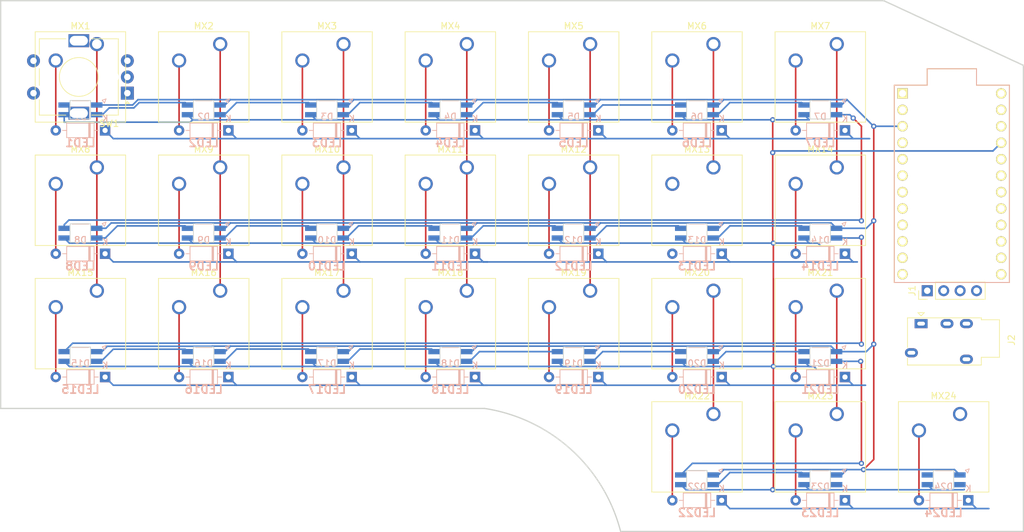
<source format=kicad_pcb>
(kicad_pcb (version 20211014) (generator pcbnew)
  (layers (0 "F.Cu" signal) (31 "B.Cu" signal) (34 "B.Paste" user) (35 "F.Paste" user) (36 "B.SilkS" user "B.Silkscreen") (37 "F.SilkS" user "F.Silkscreen") (38 "B.Mask" user) (39 "F.Mask" user) (44 "Edge.Cuts" user))
  (net 0 "")
  (net 1 "Net-(D1-Pad1)")
  (net 2 "Net-(D1-Pad2)")
  (net 3 "Net-(D2-Pad2)")
  (net 4 "Net-(D3-Pad2)")
  (net 5 "Net-(D4-Pad2)")
  (net 6 "Net-(D5-Pad2)")
  (net 7 "Net-(D6-Pad2)")
  (net 8 "Net-(D7-Pad2)")
  (net 9 "Net-(D10-Pad1)")
  (net 10 "Net-(D8-Pad2)")
  (net 11 "Net-(D9-Pad2)")
  (net 12 "Net-(D10-Pad2)")
  (net 13 "Net-(D11-Pad2)")
  (net 14 "Net-(D12-Pad2)")
  (net 15 "Net-(D13-Pad2)")
  (net 16 "Net-(D14-Pad2)")
  (net 17 "Net-(D15-Pad1)")
  (net 18 "Net-(D15-Pad2)")
  (net 19 "Net-(D16-Pad2)")
  (net 20 "Net-(D17-Pad2)")
  (net 21 "Net-(D18-Pad2)")
  (net 22 "Net-(D19-Pad2)")
  (net 23 "Net-(D20-Pad2)")
  (net 24 "Net-(D21-Pad2)")
  (net 25 "Net-(D22-Pad1)")
  (net 26 "Net-(D22-Pad2)")
  (net 27 "Net-(D23-Pad2)")
  (net 28 "Net-(D24-Pad2)")
  (net 37 "Net-(MX1-Pad1)")
  (net 38 "Net-(MX16-Pad1)")
  (net 39 "Net-(MX10-Pad1)")
  (net 43 "Net-(LED3-Pad4)")
  (net 44 "Net-(LED7-Pad4)")
  (net 59 "Net-(LED10-Pad2)")
  (net 62 "Net-(MX11-Pad1)")
  (net 63 "Net-(MX12-Pad1)")
  (net 64 "Net-(MX13-Pad1)")
  (net 65 "Net-(MX14-Pad1)")
  (net 69 "VCC")
  (net 70 "GND")
  (net 72 "Net-(LED1-Pad4)")
  (net 73 "Net-(LED2-Pad4)")
  (net 74 "Net-(LED4-Pad4)")
  (net 75 "Net-(LED5-Pad4)")
  (net 76 "Net-(LED6-Pad4)")
  (net 77 "Net-(LED10-Pad4)")
  (net 78 "Net-(LED11-Pad4)")
  (net 79 "Net-(LED12-Pad4)")
  (net 80 "Net-(LED13-Pad4)")
  (net 81 "Net-(LED14-Pad4)")
  (net 82 "Net-(LED15-Pad4)")
  (net 83 "Net-(LED16-Pad4)")
  (net 84 "Net-(LED18-Pad4)")
  (net 85 "Net-(LED19-Pad4)")
  (net 86 "Net-(LED23-Pad4)")
  (net 88 "Net-(LED17-Pad4)")
  (net 89 "Net-(LED21-Pad4)")
  (net 90 "Net-(LED8-Pad4)")
  (net 91 "SDA")
  (net 92 "SCL")
  (net 93 "Net-(LED20-Pad4)")
  (net 94 "Net-(LED22-Pad4)")
  (footprint "Connector_Audio:Jack_3.5mm_PJ320E_Horizontal" (layer "F.Cu") (at 188.29 127.0075 -90)
    (fp_text reference "J2")
    (fp_text value "AudioJack4")
  )
  (footprint "Button_Switch_Keyboard:SW_Cherry_MX_1.00u_PCB" (layer "F.Cu") (at 118.11 83.82)
    (fp_text reference "MX4")
    (fp_text value "MX-NoLED")
  )
  (footprint "Button_Switch_Keyboard:SW_Cherry_MX_1.00u_PCB" (layer "F.Cu") (at 60.96 83.82)
    (fp_text reference "MX1")
    (fp_text value "MX-NoLED")
  )
  (footprint "Button_Switch_Keyboard:SW_Cherry_MX_1.00u_PCB" (layer "F.Cu") (at 194.31 140.97)
    (fp_text reference "MX24")
    (fp_text value "MX-NoLED")
  )
  (footprint "Button_Switch_Keyboard:SW_Cherry_MX_1.00u_PCB" (layer "F.Cu") (at 175.26 83.82)
    (fp_text reference "MX7")
    (fp_text value "MX-NoLED")
  )
  (footprint "Connector_PinHeader_2.54mm:PinHeader_1x04_P2.54mm_Vertical" (layer "F.Cu") (at 189.24 121.92 90)
    (fp_text reference "J1")
    (fp_text value "Conn_01x04_Female")
  )
  (footprint "Button_Switch_Keyboard:SW_Cherry_MX_1.00u_PCB" (layer "F.Cu") (at 99.06 83.82)
    (fp_text reference "MX3")
    (fp_text value "MX-NoLED")
  )
  (footprint "Button_Switch_Keyboard:SW_Cherry_MX_1.00u_PCB" (layer "F.Cu") (at 137.16 102.87)
    (fp_text reference "MX12")
    (fp_text value "MX-NoLED")
  )
  (footprint "Button_Switch_Keyboard:SW_Cherry_MX_1.00u_PCB" (layer "F.Cu") (at 80.01 102.87)
    (fp_text reference "MX9")
    (fp_text value "MX-NoLED")
  )
  (footprint "Button_Switch_Keyboard:SW_Cherry_MX_1.00u_PCB" (layer "F.Cu") (at 137.16 83.82)
    (fp_text reference "MX5")
    (fp_text value "MX-NoLED")
  )
  (footprint "Button_Switch_Keyboard:SW_Cherry_MX_1.00u_PCB" (layer "F.Cu") (at 175.26 102.87)
    (fp_text reference "MX14")
    (fp_text value "MX-NoLED")
  )
  (footprint "Button_Switch_Keyboard:SW_Cherry_MX_1.00u_PCB" (layer "F.Cu") (at 156.21 83.82)
    (fp_text reference "MX6")
    (fp_text value "MX-NoLED")
  )
  (footprint "Button_Switch_Keyboard:SW_Cherry_MX_1.00u_PCB" (layer "F.Cu") (at 156.21 140.97)
    (fp_text reference "MX22")
    (fp_text value "MX-NoLED")
  )
  (footprint "Button_Switch_Keyboard:SW_Cherry_MX_1.00u_PCB" (layer "F.Cu") (at 118.11 121.92)
    (fp_text reference "MX18")
    (fp_text value "MX-NoLED")
  )
  (footprint "Button_Switch_Keyboard:SW_Cherry_MX_1.00u_PCB" (layer "F.Cu") (at 99.06 121.92)
    (fp_text reference "MX17")
    (fp_text value "MX-NoLED")
  )
  (footprint "Button_Switch_Keyboard:SW_Cherry_MX_1.00u_PCB" (layer "F.Cu") (at 80.01 83.82)
    (fp_text reference "MX2")
    (fp_text value "MX-NoLED")
  )
  (footprint "Button_Switch_Keyboard:SW_Cherry_MX_1.00u_PCB" (layer "F.Cu") (at 175.26 121.92)
    (fp_text reference "MX21")
    (fp_text value "MX-NoLED")
  )
  (footprint "Button_Switch_Keyboard:SW_Cherry_MX_1.00u_PCB" (layer "F.Cu") (at 99.06 102.87)
    (fp_text reference "MX10")
    (fp_text value "MX-NoLED")
  )
  (footprint "Button_Switch_Keyboard:SW_Cherry_MX_1.00u_PCB" (layer "F.Cu") (at 60.96 121.92)
    (fp_text reference "MX15")
    (fp_text value "MX-NoLED")
  )
  (footprint "A_kicad:ProMicro_1" (layer "F.Cu") (at 193.04 105.41 -90)
    (fp_text reference "U1" hide)
    (fp_text value "ProMicro")
  )
  (footprint "Rotary_Encoder:RotaryEncoder_Alps_EC11E-Switch_Vertical_H20mm" (layer "F.Cu") (at 65.67 91.4 180)
    (fp_text reference "SW1")
    (fp_text value "RotaryEncoder_Switch")
  )
  (footprint "Button_Switch_Keyboard:SW_Cherry_MX_1.00u_PCB" (layer "F.Cu") (at 118.11 102.87)
    (fp_text reference "MX11")
    (fp_text value "MX-NoLED")
  )
  (footprint "Button_Switch_Keyboard:SW_Cherry_MX_1.00u_PCB" (layer "F.Cu") (at 156.21 102.87)
    (fp_text reference "MX13")
    (fp_text value "MX-NoLED")
  )
  (footprint "Button_Switch_Keyboard:SW_Cherry_MX_1.00u_PCB" (layer "F.Cu") (at 156.21 121.92)
    (fp_text reference "MX20")
    (fp_text value "MX-NoLED")
  )
  (footprint "Button_Switch_Keyboard:SW_Cherry_MX_1.00u_PCB" (layer "F.Cu") (at 137.16 121.92)
    (fp_text reference "MX19")
    (fp_text value "MX-NoLED")
  )
  (footprint "Button_Switch_Keyboard:SW_Cherry_MX_1.00u_PCB" (layer "F.Cu") (at 175.26 140.97)
    (fp_text reference "MX23")
    (fp_text value "MX-NoLED")
  )
  (footprint "Button_Switch_Keyboard:SW_Cherry_MX_1.00u_PCB" (layer "F.Cu") (at 80.01 121.92)
    (fp_text reference "MX16")
    (fp_text value "MX-NoLED")
  )
  (footprint "Button_Switch_Keyboard:SW_Cherry_MX_1.00u_PCB" (layer "F.Cu") (at 60.96 102.87)
    (fp_text reference "MX8")
    (fp_text value "MX-NoLED")
  )
  (footprint "A_kicad:SK6812MINI-E" (layer "B.Cu") (at 153.67 151.13)
    (fp_text reference "LED22")
    (fp_text value "SK6812MINI-E" hide)
    (fp_rect (start -1.6 1.41) (end 1.56 -1.45) (layer "Edge.Cuts") (width 0.12) (fill none))
  )
  (footprint "Diode_THT:D_DO-35_SOD27_P7.62mm_Horizontal" (layer "B.Cu") (at 100.33 97.155 180)
    (fp_text reference "D3")
    (fp_text value "1N4148")
  )
  (footprint "A_kicad:SK6812MINI-E" (layer "B.Cu") (at 77.47 132.08)
    (fp_text reference "LED16")
    (fp_text value "SK6812MINI-E" hide)
    (fp_rect (start -1.6 1.41) (end 1.56 -1.45) (layer "Edge.Cuts") (width 0.12) (fill none))
  )
  (footprint "Diode_THT:D_DO-35_SOD27_P7.62mm_Horizontal" (layer "B.Cu") (at 62.23 135.255 180)
    (fp_text reference "D15")
    (fp_text value "1N4148")
  )
  (footprint "A_kicad:SK6812MINI-E" (layer "B.Cu") (at 58.42 113.03)
    (fp_text reference "LED8")
    (fp_text value "SK6812MINI-E" hide)
    (fp_rect (start -1.6 1.41) (end 1.56 -1.45) (layer "Edge.Cuts") (width 0.12) (fill none))
  )
  (footprint "A_kicad:SK6812MINI-E" (layer "B.Cu") (at 172.72 93.98)
    (fp_text reference "LED7")
    (fp_text value "SK6812MINI-E" hide)
    (fp_rect (start -1.6 1.41) (end 1.56 -1.45) (layer "Edge.Cuts") (width 0.12) (fill none))
  )
  (footprint "Diode_THT:D_DO-35_SOD27_P7.62mm_Horizontal" (layer "B.Cu") (at 157.48 135.255 180)
    (fp_text reference "D20")
    (fp_text value "1N4148")
  )
  (footprint "A_kicad:SK6812MINI-E" (layer "B.Cu") (at 96.52 113.03)
    (fp_text reference "LED10")
    (fp_text value "SK6812MINI-E" hide)
    (fp_rect (start -1.6 1.41) (end 1.56 -1.45) (layer "Edge.Cuts") (width 0.12) (fill none))
  )
  (footprint "A_kicad:SK6812MINI-E" (layer "B.Cu") (at 96.52 93.98)
    (fp_text reference "LED3")
    (fp_text value "SK6812MINI-E" hide)
    (fp_rect (start -1.6 1.41) (end 1.56 -1.45) (layer "Edge.Cuts") (width 0.12) (fill none))
  )
  (footprint "Diode_THT:D_DO-35_SOD27_P7.62mm_Horizontal" (layer "B.Cu") (at 176.53 116.205 180)
    (fp_text reference "D14")
    (fp_text value "1N4148")
  )
  (footprint "A_kicad:SK6812MINI-E" (layer "B.Cu") (at 134.62 93.98)
    (fp_text reference "LED5")
    (fp_text value "SK6812MINI-E" hide)
    (fp_rect (start -1.6 1.41) (end 1.56 -1.45) (layer "Edge.Cuts") (width 0.12) (fill none))
  )
  (footprint "Diode_THT:D_DO-35_SOD27_P7.62mm_Horizontal" (layer "B.Cu") (at 62.23 97.155 180)
    (fp_text reference "D1")
    (fp_text value "1N4148")
  )
  (footprint "Diode_THT:D_DO-35_SOD27_P7.62mm_Horizontal" (layer "B.Cu") (at 195.58 154.305 180)
    (fp_text reference "D24")
    (fp_text value "1N4148")
  )
  (footprint "Diode_THT:D_DO-35_SOD27_P7.62mm_Horizontal" (layer "B.Cu") (at 176.53 154.305 180)
    (fp_text reference "D23")
    (fp_text value "1N4148")
  )
  (footprint "A_kicad:SK6812MINI-E" (layer "B.Cu") (at 172.72 151.13)
    (fp_text reference "LED23")
    (fp_text value "SK6812MINI-E" hide)
    (fp_rect (start -1.6 1.41) (end 1.56 -1.45) (layer "Edge.Cuts") (width 0.12) (fill none))
  )
  (footprint "A_kicad:SK6812MINI-E" (layer "B.Cu") (at 153.67 113.03)
    (fp_text reference "LED13")
    (fp_text value "SK6812MINI-E" hide)
    (fp_rect (start -1.6 1.41) (end 1.56 -1.45) (layer "Edge.Cuts") (width 0.12) (fill none))
  )
  (footprint "Diode_THT:D_DO-35_SOD27_P7.62mm_Horizontal" (layer "B.Cu") (at 138.43 116.205 180)
    (fp_text reference "D12")
    (fp_text value "1N4148")
  )
  (footprint "A_kicad:SK6812MINI-E" (layer "B.Cu") (at 134.62 113.03)
    (fp_text reference "LED12")
    (fp_text value "SK6812MINI-E" hide)
    (fp_rect (start -1.6 1.41) (end 1.56 -1.45) (layer "Edge.Cuts") (width 0.12) (fill none))
  )
  (footprint "Diode_THT:D_DO-35_SOD27_P7.62mm_Horizontal" (layer "B.Cu") (at 176.53 135.255 180)
    (fp_text reference "D21")
    (fp_text value "1N4148")
  )
  (footprint "A_kicad:SK6812MINI-E" (layer "B.Cu") (at 58.42 132.08)
    (fp_text reference "LED15")
    (fp_text value "SK6812MINI-E" hide)
    (fp_rect (start -1.6 1.41) (end 1.56 -1.45) (layer "Edge.Cuts") (width 0.12) (fill none))
  )
  (footprint "Diode_THT:D_DO-35_SOD27_P7.62mm_Horizontal" (layer "B.Cu") (at 138.43 97.155 180)
    (fp_text reference "D5")
    (fp_text value "1N4148")
  )
  (footprint "A_kicad:SK6812MINI-E" (layer "B.Cu") (at 153.67 93.98)
    (fp_text reference "LED6")
    (fp_text value "SK6812MINI-E" hide)
    (fp_rect (start -1.6 1.41) (end 1.56 -1.45) (layer "Edge.Cuts") (width 0.12) (fill none))
  )
  (footprint "Diode_THT:D_DO-35_SOD27_P7.62mm_Horizontal" (layer "B.Cu") (at 62.23 116.205 180)
    (fp_text reference "D8")
    (fp_text value "1N4148")
  )
  (footprint "A_kicad:SK6812MINI-E" (layer "B.Cu") (at 96.52 132.08)
    (fp_text reference "LED17")
    (fp_text value "SK6812MINI-E" hide)
    (fp_rect (start -1.6 1.41) (end 1.56 -1.45) (layer "Edge.Cuts") (width 0.12) (fill none))
  )
  (footprint "A_kicad:SK6812MINI-E" (layer "B.Cu") (at 191.77 151.13)
    (fp_text reference "LED24")
    (fp_text value "SK6812MINI-E" hide)
    (fp_rect (start -1.6 1.41) (end 1.56 -1.45) (layer "Edge.Cuts") (width 0.12) (fill none))
  )
  (footprint "Diode_THT:D_DO-35_SOD27_P7.62mm_Horizontal" (layer "B.Cu") (at 100.33 135.255 180)
    (fp_text reference "D17")
    (fp_text value "1N4148")
  )
  (footprint "A_kicad:SK6812MINI-E" (layer "B.Cu") (at 172.72 132.08)
    (fp_text reference "LED21")
    (fp_text value "SK6812MINI-E" hide)
    (fp_rect (start -1.6 1.41) (end 1.56 -1.45) (layer "Edge.Cuts") (width 0.12) (fill none))
  )
  (footprint "Diode_THT:D_DO-35_SOD27_P7.62mm_Horizontal" (layer "B.Cu") (at 119.38 135.255 180)
    (fp_text reference "D18")
    (fp_text value "1N4148")
  )
  (footprint "Diode_THT:D_DO-35_SOD27_P7.62mm_Horizontal" (layer "B.Cu") (at 157.48 154.305 180)
    (fp_text reference "D22")
    (fp_text value "1N4148")
  )
  (footprint "Diode_THT:D_DO-35_SOD27_P7.62mm_Horizontal" (layer "B.Cu") (at 81.28 97.155 180)
    (fp_text reference "D2")
    (fp_text value "1N4148")
  )
  (footprint "A_kicad:SK6812MINI-E" (layer "B.Cu") (at 115.57 93.98)
    (fp_text reference "LED4")
    (fp_text value "SK6812MINI-E" hide)
    (fp_rect (start -1.6 1.41) (end 1.56 -1.45) (layer "Edge.Cuts") (width 0.12) (fill none))
  )
  (footprint "A_kicad:SK6812MINI-E" (layer "B.Cu") (at 172.72 113.03)
    (fp_text reference "LED14")
    (fp_text value "SK6812MINI-E" hide)
    (fp_rect (start -1.6 1.41) (end 1.56 -1.45) (layer "Edge.Cuts") (width 0.12) (fill none))
  )
  (footprint "A_kicad:SK6812MINI-E" (layer "B.Cu") (at 58.42 93.98)
    (fp_text reference "LED1")
    (fp_text value "SK6812MINI-E" hide)
    (fp_rect (start -1.6 1.41) (end 1.56 -1.45) (layer "Edge.Cuts") (width 0.12) (fill none))
  )
  (footprint "A_kicad:SK6812MINI-E" (layer "B.Cu") (at 115.57 113.03)
    (fp_text reference "LED11")
    (fp_text value "SK6812MINI-E" hide)
    (fp_rect (start -1.6 1.41) (end 1.56 -1.45) (layer "Edge.Cuts") (width 0.12) (fill none))
  )
  (footprint "Diode_THT:D_DO-35_SOD27_P7.62mm_Horizontal" (layer "B.Cu") (at 138.43 135.255 180)
    (fp_text reference "D19")
    (fp_text value "1N4148")
  )
  (footprint "A_kicad:SK6812MINI-E" (layer "B.Cu") (at 115.57 132.08)
    (fp_text reference "LED18")
    (fp_text value "SK6812MINI-E" hide)
    (fp_rect (start -1.6 1.41) (end 1.56 -1.45) (layer "Edge.Cuts") (width 0.12) (fill none))
  )
  (footprint "A_kicad:SK6812MINI-E" (layer "B.Cu") (at 77.47 93.98)
    (fp_text reference "LED2")
    (fp_text value "SK6812MINI-E" hide)
    (fp_rect (start -1.6 1.41) (end 1.56 -1.45) (layer "Edge.Cuts") (width 0.12) (fill none))
  )
  (footprint "Diode_THT:D_DO-35_SOD27_P7.62mm_Horizontal" (layer "B.Cu") (at 176.53 97.155 180)
    (fp_text reference "D7")
    (fp_text value "1N4148")
  )
  (footprint "Diode_THT:D_DO-35_SOD27_P7.62mm_Horizontal" (layer "B.Cu") (at 100.33 116.205 180)
    (fp_text reference "D10")
    (fp_text value "1N4148")
  )
  (footprint "Diode_THT:D_DO-35_SOD27_P7.62mm_Horizontal" (layer "B.Cu") (at 81.28 116.205 180)
    (fp_text reference "D9")
    (fp_text value "1N4148")
  )
  (footprint "A_kicad:SK6812MINI-E" (layer "B.Cu") (at 77.47 113.03)
    (fp_text reference "LED9")
    (fp_text value "SK6812MINI-E" hide)
    (fp_rect (start -1.6 1.41) (end 1.56 -1.45) (layer "Edge.Cuts") (width 0.12) (fill none))
  )
  (footprint "Diode_THT:D_DO-35_SOD27_P7.62mm_Horizontal" (layer "B.Cu") (at 81.28 135.255 180)
    (fp_text reference "D16")
    (fp_text value "1N4148")
  )
  (footprint "Diode_THT:D_DO-35_SOD27_P7.62mm_Horizontal" (layer "B.Cu") (at 157.48 116.205 180)
    (fp_text reference "D13")
    (fp_text value "1N4148")
  )
  (footprint "A_kicad:SK6812MINI-E" (layer "B.Cu") (at 134.62 132.08)
    (fp_text reference "LED19")
    (fp_text value "SK6812MINI-E" hide)
    (fp_rect (start -1.6 1.41) (end 1.56 -1.45) (layer "Edge.Cuts") (width 0.12) (fill none))
  )
  (footprint "Diode_THT:D_DO-35_SOD27_P7.62mm_Horizontal" (layer "B.Cu") (at 119.38 116.205 180)
    (fp_text reference "D11")
    (fp_text value "1N4148")
  )
  (footprint "Diode_THT:D_DO-35_SOD27_P7.62mm_Horizontal" (layer "B.Cu") (at 157.48 97.155 180)
    (fp_text reference "D6")
    (fp_text value "1N4148")
  )
  (footprint "Diode_THT:D_DO-35_SOD27_P7.62mm_Horizontal" (layer "B.Cu") (at 119.38 97.155 180)
    (fp_text reference "D4")
    (fp_text value "1N4148")
  )
  (footprint "A_kicad:SK6812MINI-E" (layer "B.Cu") (at 153.67 132.08)
    (fp_text reference "LED20")
    (fp_text value "SK6812MINI-E" hide)
    (fp_rect (start -1.6 1.41) (end 1.56 -1.45) (layer "Edge.Cuts") (width 0.12) (fill none))
  )
  (gr_line (start 204.095 159.110001) (end 141.869665 159.110001) (layer "Edge.Cuts") (width 0.2))
  (gr_line (start 120.872194 140.110001) (end 46.095 140.110001) (layer "Edge.Cuts") (width 0.2))
  (gr_line (start 204.095 87.110001) (end 204.095 159.110001) (layer "Edge.Cuts") (width 0.2))
  (gr_line (start 182.506317 77.11) (end 204.095 87.110001) (layer "Edge.Cuts") (width 0.2))
  (gr_arc (start 120.872194 140.110001) (mid 134.221486 146.459765) (end 141.869665 159.110001) (layer "Edge.Cuts") (width 0.2))
  (gr_line (start 46.095 140.110001) (end 46.095 77.11) (layer "Edge.Cuts") (width 0.2))
  (gr_line (start 46.095 77.11) (end 182.506317 77.11) (layer "Edge.Cuts") (width 0.2))
  (segment (start 82.55 98.425) (end 101.6 98.425) (width 0.25) (layer "B.Cu") (net 1))
  (segment (start 62.23 97.155) (end 63.5 98.425) (width 0.25) (layer "B.Cu") (net 1))
  (segment (start 176.53 97.155) (end 177.8 98.425) (width 0.25) (layer "B.Cu") (net 1))
  (segment (start 177.8 98.425) (end 180.34 98.425) (width 0.25) (layer "B.Cu") (net 1))
  (segment (start 64.135 98.425) (end 82.55 98.425) (width 0.25) (layer "B.Cu") (net 1))
  (segment (start 157.48 97.155) (end 158.75 98.425) (width 0.25) (layer "B.Cu") (net 1))
  (segment (start 63.5 98.425) (end 64.135 98.425) (width 0.25) (layer "B.Cu") (net 1))
  (segment (start 119.38 97.155) (end 120.65 98.425) (width 0.25) (layer "B.Cu") (net 1))
  (segment (start 100.33 97.155) (end 101.6 98.425) (width 0.25) (layer "B.Cu") (net 1))
  (segment (start 139.7 98.425) (end 158.75 98.425) (width 0.25) (layer "B.Cu") (net 1))
  (segment (start 81.28 97.155) (end 82.55 98.425) (width 0.25) (layer "B.Cu") (net 1))
  (segment (start 138.43 97.155) (end 139.7 98.425) (width 0.25) (layer "B.Cu") (net 1))
  (segment (start 120.65 98.425) (end 139.7 98.425) (width 0.25) (layer "B.Cu") (net 1))
  (segment (start 158.75 98.425) (end 177.8 98.425) (width 0.25) (layer "B.Cu") (net 1))
  (segment (start 101.6 98.425) (end 120.65 98.425) (width 0.25) (layer "B.Cu") (net 1))
  (segment (start 54.61 86.36) (end 54.61 97.155) (width 0.25) (layer "F.Cu") (net 2))
  (segment (start 73.66 86.36) (end 73.66 97.155) (width 0.25) (layer "F.Cu") (net 3))
  (segment (start 92.71 86.36) (end 92.71 97.155) (width 0.25) (layer "F.Cu") (net 4))
  (segment (start 111.76 86.36) (end 111.76 97.155) (width 0.25) (layer "F.Cu") (net 5))
  (segment (start 130.81 86.36) (end 130.81 97.155) (width 0.25) (layer "F.Cu") (net 6))
  (segment (start 149.86 86.36) (end 149.86 97.155) (width 0.25) (layer "F.Cu") (net 7))
  (segment (start 168.91 86.36) (end 168.91 97.155) (width 0.25) (layer "F.Cu") (net 8))
  (segment (start 81.28 116.205) (end 82.55 117.475) (width 0.25) (layer "B.Cu") (net 9))
  (segment (start 121.285 117.475) (end 139.7 117.475) (width 0.25) (layer "B.Cu") (net 9))
  (segment (start 82.55 117.475) (end 101.6 117.475) (width 0.25) (layer "B.Cu") (net 9))
  (segment (start 62.23 116.205) (end 63.5 117.475) (width 0.25) (layer "B.Cu") (net 9))
  (segment (start 100.33 116.205) (end 101.6 117.475) (width 0.25) (layer "B.Cu") (net 9))
  (segment (start 63.5 117.475) (end 82.55 117.475) (width 0.25) (layer "B.Cu") (net 9))
  (segment (start 157.48 116.205) (end 158.75 117.475) (width 0.25) (layer "B.Cu") (net 9))
  (segment (start 120.65 117.475) (end 121.285 117.475) (width 0.25) (layer "B.Cu") (net 9))
  (segment (start 139.7 117.475) (end 158.75 117.475) (width 0.25) (layer "B.Cu") (net 9))
  (segment (start 177.8 117.475) (end 178.435 117.475) (width 0.25) (layer "B.Cu") (net 9))
  (segment (start 138.43 116.205) (end 139.7 117.475) (width 0.25) (layer "B.Cu") (net 9))
  (segment (start 101.6 117.475) (end 121.285 117.475) (width 0.25) (layer "B.Cu") (net 9))
  (segment (start 176.53 116.205) (end 177.8 117.475) (width 0.25) (layer "B.Cu") (net 9))
  (segment (start 119.38 116.205) (end 120.65 117.475) (width 0.25) (layer "B.Cu") (net 9))
  (segment (start 158.75 117.475) (end 177.8 117.475) (width 0.25) (layer "B.Cu") (net 9))
  (segment (start 54.61 105.41) (end 54.61 116.205) (width 0.25) (layer "F.Cu") (net 10))
  (segment (start 73.66 105.41) (end 73.66 116.205) (width 0.25) (layer "F.Cu") (net 11))
  (segment (start 92.71 105.41) (end 92.71 116.205) (width 0.25) (layer "F.Cu") (net 12))
  (segment (start 111.76 105.41) (end 111.76 116.205) (width 0.25) (layer "F.Cu") (net 13))
  (segment (start 130.81 105.41) (end 130.81 116.205) (width 0.25) (layer "F.Cu") (net 14))
  (segment (start 168.91 105.41) (end 168.91 116.205) (width 0.25) (layer "F.Cu") (net 16))
  (segment (start 120.65 136.525) (end 121.285 136.525) (width 0.25) (layer "B.Cu") (net 17))
  (segment (start 82.55 136.525) (end 101.6 136.525) (width 0.25) (layer "B.Cu") (net 17))
  (segment (start 101.6 136.525) (end 121.285 136.525) (width 0.25) (layer "B.Cu") (net 17))
  (segment (start 176.53 135.255) (end 177.8 136.525) (width 0.25) (layer "B.Cu") (net 17))
  (segment (start 100.33 135.255) (end 101.6 136.525) (width 0.25) (layer "B.Cu") (net 17))
  (segment (start 119.38 135.255) (end 120.65 136.525) (width 0.25) (layer "B.Cu") (net 17))
  (segment (start 139.7 136.525) (end 158.75 136.525) (width 0.25) (layer "B.Cu") (net 17))
  (segment (start 81.28 135.255) (end 82.55 136.525) (width 0.25) (layer "B.Cu") (net 17))
  (segment (start 157.48 135.255) (end 158.75 136.525) (width 0.25) (layer "B.Cu") (net 17))
  (segment (start 63.5 136.525) (end 82.55 136.525) (width 0.25) (layer "B.Cu") (net 17))
  (segment (start 177.8 136.525) (end 179.705 136.525) (width 0.25) (layer "B.Cu") (net 17))
  (segment (start 121.285 136.525) (end 139.7 136.525) (width 0.25) (layer "B.Cu") (net 17))
  (segment (start 138.43 135.255) (end 139.7 136.525) (width 0.25) (layer "B.Cu") (net 17))
  (segment (start 158.75 136.525) (end 177.8 136.525) (width 0.25) (layer "B.Cu") (net 17))
  (segment (start 62.23 135.255) (end 63.5 136.525) (width 0.25) (layer "B.Cu") (net 17))
  (segment (start 54.61 124.46) (end 54.61 135.255) (width 0.25) (layer "F.Cu") (net 18))
  (segment (start 73.66 124.46) (end 73.66 135.255) (width 0.25) (layer "F.Cu") (net 19))
  (segment (start 92.71 124.46) (end 92.71 135.255) (width 0.25) (layer "F.Cu") (net 20))
  (segment (start 111.76 124.46) (end 111.76 135.255) (width 0.25) (layer "F.Cu") (net 21))
  (segment (start 130.81 124.46) (end 130.81 135.255) (width 0.25) (layer "F.Cu") (net 22))
  (segment (start 149.86 124.46) (end 149.86 135.255) (width 0.25) (layer "F.Cu") (net 23))
  (segment (start 168.91 124.46) (end 168.91 135.255) (width 0.25) (layer "F.Cu") (net 24))
  (segment (start 157.48 154.305) (end 158.75 155.575) (width 0.25) (layer "B.Cu") (net 25))
  (segment (start 195.58 154.305) (end 196.85 155.575) (width 0.25) (layer "B.Cu") (net 25))
  (segment (start 196.85 155.575) (end 198.755 155.575) (width 0.25) (layer "B.Cu") (net 25))
  (segment (start 176.53 154.305) (end 177.8 155.575) (width 0.25) (layer "B.Cu") (net 25))
  (segment (start 158.75 155.575) (end 177.8 155.575) (width 0.25) (layer "B.Cu") (net 25))
  (segment (start 177.8 155.575) (end 196.85 155.575) (width 0.25) (layer "B.Cu") (net 25))
  (segment (start 149.86 143.51) (end 149.86 154.305) (width 0.25) (layer "F.Cu") (net 26))
  (segment (start 168.91 143.51) (end 168.91 154.305) (width 0.25) (layer "F.Cu") (net 27))
  (segment (start 187.96 143.51) (end 187.96 154.305) (width 0.25) (layer "F.Cu") (net 28))
  (segment (start 60.96 83.82) (end 60.96 102.87) (width 0.25) (layer "F.Cu") (net 37))
  (segment (start 60.96 102.87) (end 60.96 121.92) (width 0.25) (layer "F.Cu") (net 37))
  (segment (start 80.01 83.82) (end 80.01 102.87) (width 0.25) (layer "F.Cu") (net 38))
  (segment (start 80.01 121.92) (end 80.01 102.87) (width 0.25) (layer "F.Cu") (net 38))
  (segment (start 99.06 83.82) (end 99.06 102.87) (width 0.25) (layer "F.Cu") (net 39))
  (segment (start 99.06 102.87) (end 99.06 121.92) (width 0.25) (layer "F.Cu") (net 39))
  (segment (start 99.725 94.73) (end 101.6 92.855) (width 0.25) (layer "B.Cu") (net 43))
  (segment (start 101.6 92.855) (end 112.695 92.855) (width 0.25) (layer "B.Cu") (net 43))
  (segment (start 99.02 94.73) (end 99.725 94.73) (width 0.25) (layer "B.Cu") (net 43))
  (segment (start 112.695 92.855) (end 113.07 93.23) (width 0.25) (layer "B.Cu") (net 43))
  (segment (start 179.07 96.52) (end 179.07 111.125) (width 0.25) (layer "F.Cu") (net 44))
  (segment (start 177.8 95.25) (end 179.07 96.52) (width 0.25) (layer "F.Cu") (net 44))
  (via (at 179.07 111.125) (size 0.8) (drill 0.4) (layers "F.Cu" "B.Cu") (net 44))
  (via (at 177.8 95.25) (size 0.8) (drill 0.4) (layers "F.Cu" "B.Cu") (net 44))
  (segment (start 55.92 111.72) (end 55.92 112.28) (width 0.25) (layer "B.Cu") (net 44))
  (segment (start 175.22 94.73) (end 177.28 94.73) (width 0.25) (layer "B.Cu") (net 44))
  (segment (start 56.635 111.005) (end 55.92 111.72) (width 0.25) (layer "B.Cu") (net 44))
  (segment (start 178.95 111.005) (end 56.635 111.005) (width 0.25) (layer "B.Cu") (net 44))
  (segment (start 177.28 94.73) (end 177.8 95.25) (width 0.25) (layer "B.Cu") (net 44))
  (segment (start 179.07 111.125) (end 178.95 111.005) (width 0.25) (layer "B.Cu") (net 44))
  (segment (start 79.97 113.78) (end 80.675 113.78) (width 0.25) (layer "B.Cu") (net 59))
  (segment (start 80.675 113.78) (end 82.55 111.905) (width 0.25) (layer "B.Cu") (net 59))
  (segment (start 82.55 111.905) (end 93.645 111.905) (width 0.25) (layer "B.Cu") (net 59))
  (segment (start 93.645 111.905) (end 94.02 112.28) (width 0.25) (layer "B.Cu") (net 59))
  (segment (start 118.11 102.87) (end 118.11 83.82) (width 0.25) (layer "F.Cu") (net 62))
  (segment (start 118.11 121.92) (end 118.11 102.87) (width 0.25) (layer "F.Cu") (net 62))
  (segment (start 137.16 102.87) (end 137.16 83.82) (width 0.25) (layer "F.Cu") (net 63))
  (segment (start 137.16 121.92) (end 137.16 102.87) (width 0.25) (layer "F.Cu") (net 63))
  (segment (start 156.21 121.92) (end 156.21 140.97) (width 0.25) (layer "F.Cu") (net 64))
  (segment (start 156.21 83.82) (end 156.21 102.87) (width 0.25) (layer "F.Cu") (net 64))
  (segment (start 175.26 83.82) (end 175.26 102.87) (width 0.25) (layer "F.Cu") (net 65))
  (segment (start 175.26 121.92) (end 175.26 140.97) (width 0.25) (layer "F.Cu") (net 65))
  (segment (start 165.47 133.615) (end 165.47 152.56) (width 0.25) (layer "F.Cu") (net 69))
  (segment (start 165.365 114.46) (end 165.47 114.565) (width 0.25) (layer "F.Cu") (net 69))
  (segment (start 165.47 114.565) (end 165.47 133.615) (width 0.25) (layer "F.Cu") (net 69))
  (segment (start 165.47 152.56) (end 165.365 152.665) (width 0.25) (layer "F.Cu") (net 69))
  (segment (start 165.365 95.515) (end 165.365 100.595) (width 0.25) (layer "F.Cu") (net 69))
  (segment (start 165.365 100.595) (end 165.365 114.46) (width 0.25) (layer "F.Cu") (net 69))
  (via (at 165.365 152.665) (size 0.8) (drill 0.4) (layers "F.Cu" "B.Cu") (net 69))
  (via (at 165.47 114.565) (size 0.8) (drill 0.4) (layers "F.Cu" "B.Cu") (net 69))
  (via (at 165.365 95.515) (size 0.8) (drill 0.4) (layers "F.Cu" "B.Cu") (net 69))
  (via (at 165.365 100.595) (size 0.8) (drill 0.4) (layers "F.Cu" "B.Cu") (net 69))
  (via (at 165.47 133.615) (size 0.8) (drill 0.4) (layers "F.Cu" "B.Cu") (net 69))
  (segment (start 132.905 95.515) (end 132.98 95.515) (width 0.25) (layer "B.Cu") (net 69))
  (segment (start 132.12 94.73) (end 132.905 95.515) (width 0.25) (layer "B.Cu") (net 69))
  (segment (start 94.805 133.615) (end 95.25 133.615) (width 0.25) (layer "B.Cu") (net 69))
  (segment (start 55.88 95.885) (end 75.385 95.885) (width 0.25) (layer "B.Cu") (net 69))
  (segment (start 151.17 151.88) (end 151.955 152.665) (width 0.25) (layer "B.Cu") (net 69))
  (segment (start 113.07 94.73) (end 113.855 95.515) (width 0.25) (layer "B.Cu") (net 69))
  (segment (start 132.12 132.83) (end 132.905 133.615) (width 0.25) (layer "B.Cu") (net 69))
  (segment (start 74.97 132.83) (end 75.755 133.615) (width 0.25) (layer "B.Cu") (net 69))
  (segment (start 171.005 114.565) (end 171.08 114.565) (width 0.25) (layer "B.Cu") (net 69))
  (segment (start 113.855 114.565) (end 114.565 114.565) (width 0.25) (layer "B.Cu") (net 69))
  (segment (start 94.02 132.83) (end 94.805 133.615) (width 0.25) (layer "B.Cu") (net 69))
  (segment (start 75.935 114.565) (end 97.525 114.565) (width 0.25) (layer "B.Cu") (net 69))
  (segment (start 55.92 113.78) (end 56.705 114.565) (width 0.25) (layer "B.Cu") (net 69))
  (segment (start 200.66 99.06) (end 199.39 100.33) (width 0.25) (layer "B.Cu") (net 69))
  (segment (start 75.385 95.885) (end 75.755 95.515) (width 0.25) (layer "B.Cu") (net 69))
  (segment (start 75.755 95.515) (end 76.2 95.515) (width 0.25) (layer "B.Cu") (net 69))
  (segment (start 132.905 114.565) (end 134.355 114.565) (width 0.25) (layer "B.Cu") (net 69))
  (segment (start 151.17 113.78) (end 151.955 114.565) (width 0.25) (layer "B.Cu") (net 69))
  (segment (start 57.15 114.565) (end 75.935 114.565) (width 0.25) (layer "B.Cu") (net 69))
  (segment (start 55.92 95.845) (end 55.88 95.885) (width 0.25) (layer "B.Cu") (net 69))
  (segment (start 170.22 132.83) (end 171.005 133.615) (width 0.25) (layer "B.Cu") (net 69))
  (segment (start 171.005 133.615) (end 171.45 133.615) (width 0.25) (layer "B.Cu") (net 69))
  (segment (start 94.02 113.78) (end 94.805 114.565) (width 0.25) (layer "B.Cu") (net 69))
  (segment (start 94.805 114.565) (end 97.525 114.565) (width 0.25) (layer "B.Cu") (net 69))
  (segment (start 151.955 95.515) (end 152.135 95.515) (width 0.25) (layer "B.Cu") (net 69))
  (segment (start 94.02 94.73) (end 94.805 95.515) (width 0.25) (layer "B.Cu") (net 69))
  (segment (start 171.08 114.565) (end 172.35 114.565) (width 0.25) (layer "B.Cu") (net 69))
  (segment (start 153.405 133.615) (end 165.47 133.615) (width 0.25) (layer "B.Cu") (net 69))
  (segment (start 132.905 133.615) (end 133.985 133.615) (width 0.25) (layer "B.Cu") (net 69))
  (segment (start 56.705 114.565) (end 57.15 114.565) (width 0.25) (layer "B.Cu") (net 69))
  (segment (start 170.22 151.88) (end 171.005 152.665) (width 0.25) (layer "B.Cu") (net 69))
  (segment (start 151.955 114.565) (end 152.665 114.565) (width 0.25) (layer "B.Cu") (net 69))
  (segment (start 189.27 151.88) (end 190.055 152.665) (width 0.25) (layer "B.Cu") (net 69))
  (segment (start 113.07 132.83) (end 113.855 133.615) (width 0.25) (layer "B.Cu") (net 69))
  (segment (start 56.705 133.615) (end 57.15 133.615) (width 0.25) (layer "B.Cu") (net 69))
  (segment (start 151.17 94.73) (end 151.955 95.515) (width 0.25) (layer "B.Cu") (net 69))
  (segment (start 114.565 114.565) (end 134.355 114.565) (width 0.25) (layer "B.Cu") (net 69))
  (segment (start 55.92 132.83) (end 56.705 133.615) (width 0.25) (layer "B.Cu") (net 69))
  (segment (start 75.755 133.615) (end 76.2 133.615) (width 0.25) (layer "B.Cu") (net 69))
  (segment (start 74.97 113.78) (end 75.755 114.565) (width 0.25) (layer "B.Cu") (net 69))
  (segment (start 172.35 114.565) (end 172.72 114.935) (width 0.25) (layer "B.Cu") (net 69))
  (segment (start 165.365 152.665) (end 194.895 152.665) (width 0.25) (layer "B.Cu") (net 69))
  (segment (start 165.47 133.615) (end 171.715 133.615) (width 0.25) (layer "B.Cu") (net 69))
  (segment (start 113.855 133.615) (end 114.935 133.615) (width 0.25) (layer "B.Cu") (net 69))
  (segment (start 94.985 95.515) (end 114.67 95.515) (width 0.25) (layer "B.Cu") (net 69))
  (segment (start 57.15 133.615) (end 153.405 133.615) (width 0.25) (layer "B.Cu") (net 69))
  (segment (start 165.47 114.565) (end 171.08 114.565) (width 0.25) (layer "B.Cu") (net 69))
  (segment (start 171.005 95.515) (end 152.135 95.515) (width 0.25) (layer "B.Cu") (net 69))
  (segment (start 74.97 94.73) (end 75.755 95.515) (width 0.25) (layer "B.Cu") (net 69))
  (segment (start 170.22 113.78) (end 171.005 114.565) (width 0.25) (layer "B.Cu") (net 69))
  (segment (start 171.005 152.665) (end 172.085 152.665) (width 0.25) (layer "B.Cu") (net 69))
  (segment (start 151.17 132.83) (end 151.955 133.615) (width 0.25) (layer "B.Cu") (net 69))
  (segment (start 165.63 100.33) (end 165.365 100.595) (width 0.25) (layer "B.Cu") (net 69))
  (segment (start 113.855 95.515) (end 114.67 95.515) (width 0.25) (layer "B.Cu") (net 69))
  (segment (start 190.055 152.665) (end 190.5 152.665) (width 0.25) (layer "B.Cu") (net 69))
  (segment (start 170.22 94.73) (end 171.005 95.515) (width 0.25) (layer "B.Cu") (net 69))
  (segment (start 132.98 95.515) (end 152.135 95.515) (width 0.25) (layer "B.Cu") (net 69))
  (segment (start 114.67 95.515) (end 132.98 95.515) (width 0.25) (layer "B.Cu") (net 69))
  (segment (start 199.39 100.33) (end 165.63 100.33) (width 0.25) (layer "B.Cu") (net 69))
  (segment (start 152.665 114.565) (end 165.47 114.565) (width 0.25) (layer "B.Cu") (net 69))
  (segment (start 76.2 95.515) (end 94.985 95.515) (width 0.25) (layer "B.Cu") (net 69))
  (segment (start 134.355 114.565) (end 152.665 114.565) (width 0.25) (layer "B.Cu") (net 69))
  (segment (start 97.525 114.565) (end 114.565 114.565) (width 0.25) (layer "B.Cu") (net 69))
  (segment (start 151.955 152.665) (end 165.365 152.665) (width 0.25) (layer "B.Cu") (net 69))
  (segment (start 194.895 152.665) (end 194.945 152.615) (width 0.25) (layer "B.Cu") (net 69))
  (segment (start 75.755 114.565) (end 75.935 114.565) (width 0.25) (layer "B.Cu") (net 69))
  (segment (start 55.92 94.73) (end 55.92 95.845) (width 0.25) (layer "B.Cu") (net 69))
  (segment (start 113.07 113.78) (end 113.855 114.565) (width 0.25) (layer "B.Cu") (net 69))
  (segment (start 132.12 113.78) (end 132.905 114.565) (width 0.25) (layer "B.Cu") (net 69))
  (segment (start 171.715 133.615) (end 172.085 133.985) (width 0.25) (layer "B.Cu") (net 69))
  (segment (start 94.805 95.515) (end 94.985 95.515) (width 0.25) (layer "B.Cu") (net 69))
  (segment (start 151.955 133.615) (end 153.405 133.615) (width 0.25) (layer "B.Cu") (net 69))
  (segment (start 180.975 111.125) (end 180.975 130.175) (width 0.25) (layer "F.Cu") (net 70))
  (segment (start 180.975 96.52) (end 180.975 111.125) (width 0.25) (layer "F.Cu") (net 70))
  (segment (start 180.975 147.98) (end 179.4 149.555) (width 0.25) (layer "F.Cu") (net 70))
  (segment (start 180.975 130.175) (end 180.975 147.98) (width 0.25) (layer "F.Cu") (net 70))
  (via (at 180.975 130.175) (size 0.8) (drill 0.4) (layers "F.Cu" "B.Cu") (net 70))
  (via (at 180.975 111.125) (size 0.8) (drill 0.4) (layers "F.Cu" "B.Cu") (net 70))
  (via (at 179.4 149.555) (size 0.8) (drill 0.4) (layers "F.Cu" "B.Cu") (net 70))
  (via (at 180.975 96.52) (size 0.8) (drill 0.4) (layers "F.Cu" "B.Cu") (net 70))
  (segment (start 62.345 112.28) (end 63.17 111.455) (width 0.25) (layer "B.Cu") (net 70))
  (segment (start 138.76 92.405) (end 157.81 92.405) (width 0.25) (layer "B.Cu") (net 70))
  (segment (start 175.22 93.23) (end 176.01 93.23) (width 0.25) (layer "B.Cu") (net 70))
  (segment (start 176.835 149.555) (end 179.4 149.555) (width 0.25) (layer "B.Cu") (net 70))
  (segment (start 156.96 131.33) (end 157.8075 130.4825) (width 0.25) (layer "B.Cu") (net 70))
  (segment (start 99.02 93.23) (end 99.835 93.23) (width 0.25) (layer "B.Cu") (net 70))
  (segment (start 79.97 112.28) (end 80.76 112.28) (width 0.25) (layer "B.Cu") (net 70))
  (segment (start 179.4 149.555) (end 193.445 149.555) (width 0.25) (layer "B.Cu") (net 70))
  (segment (start 118.07 93.23) (end 118.86 93.23) (width 0.25) (layer "B.Cu") (net 70))
  (segment (start 157.8075 130.4825) (end 174.3725 130.4825) (width 0.25) (layer "B.Cu") (net 70))
  (segment (start 156.17 131.33) (end 156.96 131.33) (width 0.25) (layer "B.Cu") (net 70))
  (segment (start 119.7075 130.4825) (end 138.7575 130.4825) (width 0.25) (layer "B.Cu") (net 70))
  (segment (start 78.74 130.505) (end 78.7625 130.4825) (width 0.25) (layer "B.Cu") (net 70))
  (segment (start 193.445 149.555) (end 194.27 150.38) (width 0.25) (layer "B.Cu") (net 70))
  (segment (start 66.49 93.23) (end 67.315 92.405) (width 0.25) (layer "B.Cu") (net 70))
  (segment (start 138.76 111.455) (end 157.81 111.455) (width 0.25) (layer "B.Cu") (net 70))
  (segment (start 157.81 111.455) (end 174.395 111.455) (width 0.25) (layer "B.Cu") (net 70))
  (segment (start 80.76 93.23) (end 81.585 92.405) (width 0.25) (layer "B.Cu") (net 70))
  (segment (start 157.81 149.555) (end 176.835 149.555) (width 0.25) (layer "B.Cu") (net 70))
  (segment (start 61.735 131.33) (end 62.56 130.505) (width 0.25) (layer "B.Cu") (net 70))
  (segment (start 138.7575 130.4825) (end 157.8075 130.4825) (width 0.25) (layer "B.Cu") (net 70))
  (segment (start 180.95 96.52) (end 176.835 92.405) (width 0.25) (layer "B.Cu") (net 70))
  (segment (start 137.91 131.33) (end 138.7575 130.4825) (width 0.25) (layer "B.Cu") (net 70))
  (segment (start 156.985 93.23) (end 157.81 92.405) (width 0.25) (layer "B.Cu") (net 70))
  (segment (start 99.02 131.33) (end 99.81 131.33) (width 0.25) (layer "B.Cu") (net 70))
  (segment (start 118.86 93.23) (end 119.685 92.405) (width 0.25) (layer "B.Cu") (net 70))
  (segment (start 99.02 112.28) (end 99.81 112.28) (width 0.25) (layer "B.Cu") (net 70))
  (segment (start 81.6075 130.4825) (end 100.6575 130.4825) (width 0.25) (layer "B.Cu") (net 70))
  (segment (start 176.01 93.23) (end 176.835 92.405) (width 0.25) (layer "B.Cu") (net 70))
  (segment (start 99.835 93.23) (end 100.66 92.405) (width 0.25) (layer "B.Cu") (net 70))
  (segment (start 185.42 96.52) (end 180.95 96.52) (width 0.25) (layer "B.Cu") (net 70))
  (segment (start 175.22 131.33) (end 179.82 131.33) (width 0.25) (layer "B.Cu") (net 70))
  (segment (start 137.935 93.23) (end 138.76 92.405) (width 0.25) (layer "B.Cu") (net 70))
  (segment (start 63.17 111.455) (end 81.585 111.455) (width 0.25) (layer "B.Cu") (net 70))
  (segment (start 67.315 92.405) (end 78.74 92.405) (width 0.25) (layer "B.Cu") (net 70))
  (segment (start 99.81 112.28) (end 100.635 111.455) (width 0.25) (layer "B.Cu") (net 70))
  (segment (start 118.07 131.33) (end 118.86 131.33) (width 0.25) (layer "B.Cu") (net 70))
  (segment (start 180.95 96.52) (end 180.975 96.52) (width 0.25) (layer "B.Cu") (net 70))
  (segment (start 118.86 112.28) (end 119.685 111.455) (width 0.25) (layer "B.Cu") (net 70))
  (segment (start 78.7625 130.4825) (end 81.6075 130.4825) (width 0.25) (layer "B.Cu") (net 70))
  (segment (start 137.12 112.28) (end 137.935 112.28) (width 0.25) (layer "B.Cu") (net 70))
  (segment (start 80.76 112.28) (end 81.585 111.455) (width 0.25) (layer "B.Cu") (net 70))
  (segment (start 156.17 150.38) (end 156.985 150.38) (width 0.25) (layer "B.Cu") (net 70))
  (segment (start 174.3725 130.4825) (end 175.22 131.33) (width 0.25) (layer "B.Cu") (net 70))
  (segment (start 62.56 130.505) (end 78.74 130.505) (width 0.25) (layer "B.Cu") (net 70))
  (segment (start 100.635 111.455) (end 119.685 111.455) (width 0.25) (layer "B.Cu") (net 70))
  (segment (start 100.6575 130.4825) (end 119.7075 130.4825) (width 0.25) (layer "B.Cu") (net 70))
  (segment (start 179.82 112.28) (end 180.975 111.125) (width 0.25) (layer "B.Cu") (net 70))
  (segment (start 100.66 92.405) (end 119.685 92.405) (width 0.25) (layer "B.Cu") (net 70))
  (segment (start 80.76 131.33) (end 81.6075 130.4825) (width 0.25) (layer "B.Cu") (net 70))
  (segment (start 81.585 111.455) (end 100.635 111.455) (width 0.25) (layer "B.Cu") (net 70))
  (segment (start 156.17 112.28) (end 156.985 112.28) (width 0.25) (layer "B.Cu") (net 70))
  (segment (start 60.92 131.33) (end 61.735 131.33) (width 0.25) (layer "B.Cu") (net 70))
  (segment (start 179.82 131.33) (end 180.975 130.175) (width 0.25) (layer "B.Cu") (net 70))
  (segment (start 78.74 92.405) (end 81.585 92.405) (width 0.25) (layer "B.Cu") (net 70))
  (segment (start 79.97 131.33) (end 80.76 131.33) (width 0.25) (layer "B.Cu") (net 70))
  (segment (start 156.985 112.28) (end 157.81 111.455) (width 0.25) (layer "B.Cu") (net 70))
  (segment (start 175.22 150.38) (end 176.01 150.38) (width 0.25) (layer "B.Cu") (net 70))
  (segment (start 176.01 150.38) (end 176.835 149.555) (width 0.25) (layer "B.Cu") (net 70))
  (segment (start 137.12 131.33) (end 137.91 131.33) (width 0.25) (layer "B.Cu") (net 70))
  (segment (start 118.86 131.33) (end 119.7075 130.4825) (width 0.25) (layer "B.Cu") (net 70))
  (segment (start 137.12 93.23) (end 137.935 93.23) (width 0.25) (layer "B.Cu") (net 70))
  (segment (start 137.935 112.28) (end 138.76 111.455) (width 0.25) (layer "B.Cu") (net 70))
  (segment (start 79.97 93.23) (end 80.76 93.23) (width 0.25) (layer "B.Cu") (net 70))
  (segment (start 156.985 150.38) (end 157.81 149.555) (width 0.25) (layer "B.Cu") (net 70))
  (segment (start 60.92 112.28) (end 62.345 112.28) (width 0.25) (layer "B.Cu") (net 70))
  (segment (start 156.17 93.23) (end 156.985 93.23) (width 0.25) (layer "B.Cu") (net 70))
  (segment (start 175.22 112.28) (end 179.82 112.28) (width 0.25) (layer "B.Cu") (net 70))
  (segment (start 119.685 92.405) (end 138.76 92.405) (width 0.25) (layer "B.Cu") (net 70))
  (segment (start 174.395 111.455) (end 175.22 112.28) (width 0.25) (layer "B.Cu") (net 70))
  (segment (start 81.585 92.405) (end 100.66 92.405) (width 0.25) (layer "B.Cu") (net 70))
  (segment (start 118.07 112.28) (end 118.86 112.28) (width 0.25) (layer "B.Cu") (net 70))
  (segment (start 99.81 131.33) (end 100.6575 130.4825) (width 0.25) (layer "B.Cu") (net 70))
  (segment (start 60.92 93.23) (end 66.49 93.23) (width 0.25) (layer "B.Cu") (net 70))
  (segment (start 157.81 92.405) (end 176.835 92.405) (width 0.25) (layer "B.Cu") (net 70))
  (segment (start 119.685 111.455) (end 138.76 111.455) (width 0.25) (layer "B.Cu") (net 70))
  (segment (start 61.815 94.73) (end 62.865 93.68) (width 0.25) (layer "B.Cu") (net 72))
  (segment (start 67.501396 92.855) (end 74.595 92.855) (width 0.25) (layer "B.Cu") (net 72))
  (segment (start 60.92 94.73) (end 61.815 94.73) (width 0.25) (layer "B.Cu") (net 72))
  (segment (start 62.865 93.68) (end 66.676396 93.68) (width 0.25) (layer "B.Cu") (net 72))
  (segment (start 66.676396 93.68) (end 67.501396 92.855) (width 0.25) (layer "B.Cu") (net 72))
  (segment (start 74.595 92.855) (end 74.97 93.23) (width 0.25) (layer "B.Cu") (net 72))
  (segment (start 93.645 92.855) (end 94.02 93.23) (width 0.25) (layer "B.Cu") (net 73))
  (segment (start 79.97 94.73) (end 80.675 94.73) (width 0.25) (layer "B.Cu") (net 73))
  (segment (start 80.675 94.73) (end 82.55 92.855) (width 0.25) (layer "B.Cu") (net 73))
  (segment (start 82.55 92.855) (end 93.645 92.855) (width 0.25) (layer "B.Cu") (net 73))
  (segment (start 118.07 94.73) (end 118.775 94.73) (width 0.25) (layer "B.Cu") (net 74))
  (segment (start 132.12 92.895) (end 132.12 93.23) (width 0.25) (layer "B.Cu") (net 74))
  (segment (start 132.08 92.855) (end 132.12 92.895) (width 0.25) (layer "B.Cu") (net 74))
  (segment (start 120.65 92.855) (end 132.08 92.855) (width 0.25) (layer "B.Cu") (net 74))
  (segment (start 118.775 94.73) (end 120.65 92.855) (width 0.25) (layer "B.Cu") (net 74))
  (segment (start 139.11 93.23) (end 151.17 93.23) (width 0.25) (layer "B.Cu") (net 75))
  (segment (start 137.12 94.73) (end 137.61 94.73) (width 0.25) (layer "B.Cu") (net 75))
  (segment (start 137.61 94.73) (end 139.11 93.23) (width 0.25) (layer "B.Cu") (net 75))
  (segment (start 158.75 92.855) (end 169.845 92.855) (width 0.25) (layer "B.Cu") (net 76))
  (segment (start 169.845 92.855) (end 170.22 93.23) (width 0.25) (layer "B.Cu") (net 76))
  (segment (start 156.17 94.73) (end 156.875 94.73) (width 0.25) (layer "B.Cu") (net 76))
  (segment (start 156.875 94.73) (end 158.75 92.855) (width 0.25) (layer "B.Cu") (net 76))
  (segment (start 112.695 111.905) (end 113.07 112.28) (width 0.25) (layer "B.Cu") (net 77))
  (segment (start 99.02 113.78) (end 99.51 113.78) (width 0.25) (layer "B.Cu") (net 77))
  (segment (start 101.385 111.905) (end 112.695 111.905) (width 0.25) (layer "B.Cu") (net 77))
  (segment (start 99.51 113.78) (end 101.385 111.905) (width 0.25) (layer "B.Cu") (net 77))
  (segment (start 118.775 113.78) (end 120.65 111.905) (width 0.25) (layer "B.Cu") (net 78))
  (segment (start 120.65 111.905) (end 131.745 111.905) (width 0.25) (layer "B.Cu") (net 78))
  (segment (start 118.07 113.78) (end 118.775 113.78) (width 0.25) (layer "B.Cu") (net 78))
  (segment (start 131.745 111.905) (end 132.12 112.28) (width 0.25) (layer "B.Cu") (net 78))
  (segment (start 139.7 111.905) (end 150.795 111.905) (width 0.25) (layer "B.Cu") (net 79))
  (segment (start 137.825 113.78) (end 139.7 111.905) (width 0.25) (layer "B.Cu") (net 79))
  (segment (start 137.12 113.78) (end 137.825 113.78) (width 0.25) (layer "B.Cu") (net 79))
  (segment (start 150.795 111.905) (end 151.17 112.28) (width 0.25) (layer "B.Cu") (net 79))
  (segment (start 169.845 111.905) (end 170.22 112.28) (width 0.25) (layer "B.Cu") (net 80))
  (segment (start 156.875 113.78) (end 158.75 111.905) (width 0.25) (layer "B.Cu") (net 80))
  (segment (start 158.75 111.905) (end 169.845 111.905) (width 0.25) (layer "B.Cu") (net 80))
  (segment (start 156.17 113.78) (end 156.875 113.78) (width 0.25) (layer "B.Cu") (net 80))
  (segment (start 179.07 113.665) (end 179.07 130.175) (width 0.25) (layer "F.Cu") (net 81))
  (via (at 179.07 130.175) (size 0.8) (drill 0.4) (layers "F.Cu" "B.Cu") (net 81))
  (via (at 179.07 113.665) (size 0.8) (drill 0.4) (layers "F.Cu" "B.Cu") (net 81))
  (segment (start 178.955 113.78) (end 179.07 113.665) (width 0.25) (layer "B.Cu") (net 81))
  (segment (start 57.2175 130.0325) (end 55.92 131.33) (width 0.25) (layer "B.Cu") (net 81))
  (segment (start 178.9275 130.0325) (end 57.2175 130.0325) (width 0.25) (layer "B.Cu") (net 81))
  (segment (start 179.07 130.175) (end 178.9275 130.0325) (width 0.25) (layer "B.Cu") (net 81))
  (segment (start 175.22 113.78) (end 178.955 113.78) (width 0.25) (layer "B.Cu") (net 81))
  (segment (start 60.92 132.83) (end 61.625 132.83) (width 0.25) (layer "B.Cu") (net 82))
  (segment (start 63.5 130.955) (end 74.595 130.955) (width 0.25) (layer "B.Cu") (net 82))
  (segment (start 74.595 130.955) (end 74.97 131.33) (width 0.25) (layer "B.Cu") (net 82))
  (segment (start 61.625 132.83) (end 63.5 130.955) (width 0.25) (layer "B.Cu") (net 82))
  (segment (start 82.55 130.9325) (end 93.6225 130.9325) (width 0.25) (layer "B.Cu") (net 83))
  (segment (start 93.6225 130.9325) (end 94.02 131.33) (width 0.25) (layer "B.Cu") (net 83))
  (segment (start 80.6525 132.83) (end 82.55 130.9325) (width 0.25) (layer "B.Cu") (net 83))
  (segment (start 79.97 132.83) (end 80.6525 132.83) (width 0.25) (layer "B.Cu") (net 83))
  (segment (start 120.06 131.33) (end 132.12 131.33) (width 0.25) (layer "B.Cu") (net 84))
  (segment (start 118.56 132.83) (end 120.06 131.33) (width 0.25) (layer "B.Cu") (net 84))
  (segment (start 118.07 132.83) (end 118.56 132.83) (width 0.25) (layer "B.Cu") (net 84))
  (segment (start 137.12 132.83) (end 137.61 132.83) (width 0.25) (layer "B.Cu") (net 85))
  (segment (start 137.61 132.83) (end 139.11 131.33) (width 0.25) (layer "B.Cu") (net 85))
  (segment (start 139.11 131.33) (end 151.17 131.33) (width 0.25) (layer "B.Cu") (net 85))
  (segment (start 99.7025 132.83) (end 101.6 130.9325) (width 0.25) (layer "B.Cu") (net 88))
  (segment (start 112.6725 130.9325) (end 113.07 131.33) (width 0.25) (layer "B.Cu") (net 88))
  (segment (start 99.02 132.83) (end 99.7025 132.83) (width 0.25) (layer "B.Cu") (net 88))
  (segment (start 101.6 130.9325) (end 112.6725 130.9325) (width 0.25) (layer "B.Cu") (net 88))
  (segment (start 178.955 132.83) (end 179.07 132.945) (width 0.25) (layer "F.Cu") (net 89))
  (segment (start 179.07 132.945) (end 179.07 148.59) (width 0.25) (layer "F.Cu") (net 89))
  (via (at 179.07 148.59) (size 0.8) (drill 0.4) (layers "F.Cu" "B.Cu") (net 89))
  (via (at 178.955 132.83) (size 0.8) (drill 0.4) (layers "F.Cu" "B.Cu") (net 89))
  (segment (start 179.07 148.59) (end 152.96 148.59) (width 0.25) (layer "B.Cu") (net 89))
  (segment (start 179.07 132.715) (end 178.955 132.83) (width 0.25) (layer "B.Cu") (net 89))
  (segment (start 175.22 132.83) (end 178.955 132.83) (width 0.25) (layer "B.Cu") (net 89))
  (segment (start 152.96 148.59) (end 151.17 150.38) (width 0.25) (layer "B.Cu") (net 89))
  (segment (start 60.92 113.78) (end 62.26 113.78) (width 0.25) (layer "B.Cu") (net 90))
  (segment (start 74.595 111.905) (end 74.97 112.28) (width 0.25) (layer "B.Cu") (net 90))
  (segment (start 64.135 111.905) (end 74.595 111.905) (width 0.25) (layer "B.Cu") (net 90))
  (segment (start 62.26 113.78) (end 64.135 111.905) (width 0.25) (layer "B.Cu") (net 90))
  (segment (start 158.16 131.33) (end 170.22 131.33) (width 0.25) (layer "B.Cu") (net 93))
  (segment (start 156.66 132.83) (end 158.16 131.33) (width 0.25) (layer "B.Cu") (net 93))
  (segment (start 156.17 132.83) (end 156.66 132.83) (width 0.25) (layer "B.Cu") (net 93))
  (segment (start 169.845 150.005) (end 170.22 150.38) (width 0.25) (layer "B.Cu") (net 94))
  (segment (start 156.17 151.88) (end 156.875 151.88) (width 0.25) (layer "B.Cu") (net 94))
  (segment (start 156.875 151.88) (end 158.75 150.005) (width 0.25) (layer "B.Cu") (net 94))
  (segment (start 158.75 150.005) (end 169.845 150.005) (width 0.25) (layer "B.Cu") (net 94))
)
</source>
